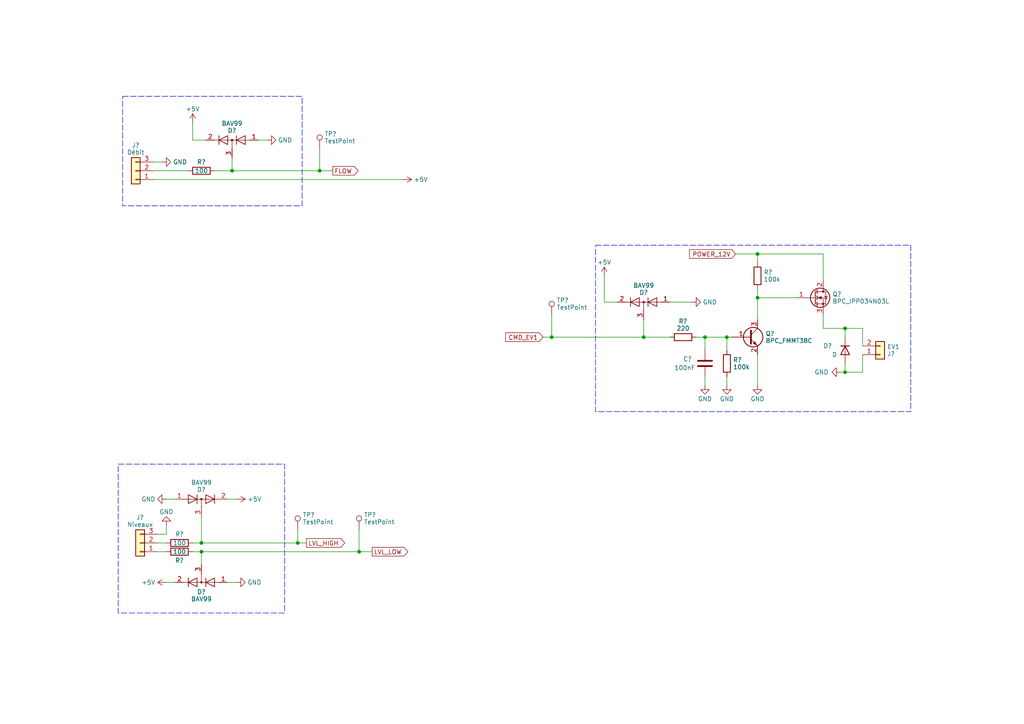
<source format=kicad_sch>
(kicad_sch (version 20230121) (generator eeschema)
  (paper "A4")
  (title_block (title "Carte de commande d'un OYA - Esclave RS485") (date "2024-03-31") (rev "D0") (company "BPC") (comment 1 "Technologie CMS basée sur ATMEGA328") (comment 2 "Monitoring de tension d'alimentation") (comment 3 "1 sortie 12V/5A - 2 entrées TOR - 1 débimètre - 1 LED - Temp - RS485"))
  (lib_symbols
    (symbol "Connector:TestPoint" (pin_numbers hide) (pin_names (offset 0.762) hide)
      (property "Reference" "TP" (at 0 6.858 0))
      (property "Value" "TestPoint" (at 0 5.08 0))
      (symbol "TestPoint_0_1"
        (circle (center 0 3.302) (radius 0.762))
      )
      (symbol "TestPoint_1_1"
        (pin passive line (at 0 0 90) (length 2.54) (name "1") (number "1"))
      )
    )
    (symbol "Connector_Generic:Conn_01x02" (pin_names (offset 1.016) hide)
      (property "Reference" "J" (at 0 2.54 0))
      (property "Value" "Conn_01x02" (at 0 -5.08 0))
      (symbol "Conn_01x02_1_1"
        (rectangle (start -1.27 -2.413) (end 0 -2.667) (stroke (width 0.1524)))
        (rectangle (start -1.27 0.127) (end 0 -0.127) (stroke (width 0.1524)))
        (rectangle (start -1.27 1.27) (end 1.27 -3.81) (stroke (width 0.254)) (fill (type background)))
        (pin passive line (at -5.08 0 0) (length 3.81) (name "Pin_1") (number "1"))
        (pin passive line (at -5.08 -2.54 0) (length 3.81) (name "Pin_2") (number "2"))
      )
    )
    (symbol "Connector_Generic:Conn_01x03" (pin_names (offset 1.016) hide)
      (property "Reference" "J" (at 0 5.08 0))
      (property "Value" "Conn_01x03" (at 0 -5.08 0))
      (symbol "Conn_01x03_1_1"
        (rectangle (start -1.27 -2.413) (end 0 -2.667) (stroke (width 0.1524)))
        (rectangle (start -1.27 0.127) (end 0 -0.127) (stroke (width 0.1524)))
        (rectangle (start -1.27 2.667) (end 0 2.413) (stroke (width 0.1524)))
        (rectangle (start -1.27 3.81) (end 1.27 -3.81) (stroke (width 0.254)) (fill (type background)))
        (pin passive line (at -5.08 2.54 0) (length 3.81) (name "Pin_1") (number "1"))
        (pin passive line (at -5.08 0 0) (length 3.81) (name "Pin_2") (number "2"))
        (pin passive line (at -5.08 -2.54 0) (length 3.81) (name "Pin_3") (number "3"))
      )
    )
    (symbol "Device:C" (pin_numbers hide) (pin_names (offset 0.254))
      (property "Reference" "C" (at 0.635 2.54 0))
      (property "Value" "C" (at 0.635 -2.54 0))
      (symbol "C_0_1"
        (polyline (pts (xy -2.032 -0.762) (xy 2.032 -0.762)) (stroke (width 0.508)))
        (polyline (pts (xy -2.032 0.762) (xy 2.032 0.762)) (stroke (width 0.508)))
      )
      (symbol "C_1_1"
        (pin passive line (at 0 3.81 270) (length 2.794) (name "~") (number "1"))
        (pin passive line (at 0 -3.81 90) (length 2.794) (name "~") (number "2"))
      )
    )
    (symbol "Device:D" (pin_numbers hide) (pin_names (offset 1.016) hide)
      (property "Reference" "D" (at 0 2.54 0))
      (property "Value" "D" (at 0 -2.54 0))
      (symbol "D_0_1"
        (polyline (pts (xy -1.27 1.27) (xy -1.27 -1.27)) (stroke (width 0.254)))
        (polyline (pts (xy 1.27 0) (xy -1.27 0)))
        (polyline (pts (xy 1.27 1.27) (xy 1.27 -1.27) (xy -1.27 0) (xy 1.27 1.27)) (stroke (width 0.254)))
      )
      (symbol "D_1_1"
        (pin passive line (at -3.81 0 0) (length 2.54) (name "K") (number "1"))
        (pin passive line (at 3.81 0 180) (length 2.54) (name "A") (number "2"))
      )
    )
    (symbol "Device:R" (pin_numbers hide) (pin_names (offset 0))
      (property "Reference" "R" (at 2.032 0 90))
      (property "Value" "R" (at 0 0 90))
      (symbol "R_0_1"
        (rectangle (start -1.016 -2.54) (end 1.016 2.54) (stroke (width 0.254)))
      )
      (symbol "R_1_1"
        (pin passive line (at 0 3.81 270) (length 1.27) (name "~") (number "1"))
        (pin passive line (at 0 -3.81 90) (length 1.27) (name "~") (number "2"))
      )
    )
    (symbol "Diode:BAV99" (pin_names hide)
      (property "Reference" "D" (at 0 5.08 0))
      (property "Value" "BAV99" (at 0 2.54 0))
      (symbol "BAV99_0_1"
        (polyline (pts (xy -5.08 0) (xy 5.08 0)))
      )
      (symbol "BAV99_1_1"
        (polyline (pts (xy 0 0) (xy 0 -2.54)))
        (polyline (pts (xy -1.27 -1.27) (xy -1.27 1.27) (xy -1.27 1.27)) (stroke (width 0.2032)))
        (polyline (pts (xy 3.81 1.27) (xy 3.81 -1.27) (xy 3.81 -1.27)) (stroke (width 0.2032)))
        (polyline (pts (xy -3.81 1.27) (xy -1.27 0) (xy -3.81 -1.27) (xy -3.81 1.27) (xy -3.81 1.27) (xy -3.81 1.27)) (stroke (width 0.2032)))
        (polyline (pts (xy 1.27 1.27) (xy 3.81 0) (xy 1.27 -1.27) (xy 1.27 1.27) (xy 1.27 1.27) (xy 1.27 1.27)) (stroke (width 0.2032)))
        (circle (center 0 0) (radius 0.254) (fill (type outline)))
        (pin passive line (at -7.62 0 0) (length 2.54) (name "K") (number "1"))
        (pin passive line (at 7.62 0 180) (length 2.54) (name "A") (number "2"))
        (pin passive line (at 0 -5.08 90) (length 2.54) (name "K") (number "3"))
      )
    )
    (symbol "bpc:BPC_FMMT38C" (pin_names (offset 0) hide)
      (property "Reference" "Q" (at 5.08 1.27 0))
      (property "Value" "BPC_FMMT38C" (at 5.08 -1.27 0))
      (symbol "BPC_FMMT38C_0_1"
        (polyline (pts (xy 0.635 0.635) (xy 2.54 2.54)))
        (polyline (pts (xy 0.635 -0.635) (xy 2.54 -2.54) (xy 2.54 -2.54)))
        (polyline (pts (xy 0.635 1.905) (xy 0.635 -1.905) (xy 0.635 -1.905)) (stroke (width 0.508)))
        (polyline (pts (xy 1.27 -1.778) (xy 1.778 -1.27) (xy 2.286 -2.286) (xy 1.27 -1.778) (xy 1.27 -1.778)) (fill (type outline)))
        (circle (center 1.27 0) (radius 2.8194) (stroke (width 0.254)))
      )
      (symbol "BPC_FMMT38C_1_1"
        (pin input line (at -5.08 0 0) (length 5.715) (name "B") (number "1"))
        (pin passive line (at 2.54 -5.08 90) (length 2.54) (name "E") (number "2"))
        (pin passive line (at 2.54 5.08 270) (length 2.54) (name "C") (number "3"))
      )
    )
    (symbol "bpc:BPC_IPP034N03L" (pin_names (offset 0) hide)
      (property "Reference" "Q" (at 5.08 1.27 0))
      (property "Value" "BPC_IPP034N03L" (at 5.08 -1.27 0))
      (symbol "BPC_IPP034N03L_0_1"
        (polyline (pts (xy 0.254 0) (xy -2.54 0)))
        (polyline (pts (xy 0.254 1.905) (xy 0.254 -1.905)) (stroke (width 0.254)))
        (polyline (pts (xy 0.762 -1.27) (xy 0.762 -2.286)) (stroke (width 0.254)))
        (polyline (pts (xy 0.762 0.508) (xy 0.762 -0.508)) (stroke (width 0.254)))
        (polyline (pts (xy 0.762 2.286) (xy 0.762 1.27)) (stroke (width 0.254)))
        (polyline (pts (xy 2.54 2.54) (xy 2.54 1.778)))
        (polyline (pts (xy 2.54 -2.54) (xy 2.54 0) (xy 0.762 0)))
        (polyline (pts (xy 0.762 -1.778) (xy 3.302 -1.778) (xy 3.302 1.778) (xy 0.762 1.778)))
        (polyline (pts (xy 1.016 0) (xy 2.032 0.381) (xy 2.032 -0.381) (xy 1.016 0)) (fill (type outline)))
        (polyline (pts (xy 2.794 0.508) (xy 2.921 0.381) (xy 3.683 0.381) (xy 3.81 0.254)))
        (polyline (pts (xy 3.302 0.381) (xy 2.921 -0.254) (xy 3.683 -0.254) (xy 3.302 0.381)))
        (circle (center 1.651 0) (radius 2.794) (stroke (width 0.254)))
        (circle (center 2.54 -1.778) (radius 0.254) (fill (type outline)))
        (circle (center 2.54 1.778) (radius 0.254) (fill (type outline)))
      )
      (symbol "BPC_IPP034N03L_1_1"
        (pin input line (at -5.08 0 0) (length 2.54) (name "G") (number "1"))
        (pin passive line (at 2.54 5.08 270) (length 2.54) (name "D") (number "2"))
        (pin passive line (at 2.54 -5.08 90) (length 2.54) (name "S") (number "3"))
      )
    )
    (symbol "power:+5V" (power) (pin_names (offset 0))
      (property "Value" "+5V" (at 0 3.556 0))
      (symbol "+5V_0_1"
        (polyline (pts (xy -0.762 1.27) (xy 0 2.54)))
        (polyline (pts (xy 0 0) (xy 0 2.54)))
        (polyline (pts (xy 0 2.54) (xy 0.762 1.27)))
      )
      (symbol "+5V_1_1"
        (pin power_in line (at 0 0 90) (length 0) hide (name "+5V") (number "1"))
      )
    )
    (symbol "power:GND" (power) (pin_names (offset 0))
      (property "Value" "GND" (at 0 -3.81 0))
      (symbol "GND_0_1"
        (polyline (pts (xy 0 0) (xy 0 -1.27) (xy 1.27 -1.27) (xy 0 -2.54) (xy -1.27 -1.27) (xy 0 -1.27)))
      )
      (symbol "GND_1_1"
        (pin power_in line (at 0 0 270) (length 0) hide (name "GND") (number "1"))
      )
    )
  )
  (junction (at 58.42 160.02))
  (junction (at 245.11 95.25))
  (junction (at 58.42 157.48))
  (junction (at 92.71 49.53))
  (junction (at 219.71 73.66))
  (junction (at 104.14 160.02))
  (junction (at 204.47 97.79))
  (junction (at 245.11 107.95))
  (junction (at 186.69 97.79))
  (junction (at 219.71 86.36))
  (junction (at 210.82 97.79))
  (junction (at 67.31 49.53))
  (junction (at 160.02 97.79))
  (junction (at 86.36 157.48))
  (wire (pts (xy 160.02 91.44) (xy 160.02 97.79)))
  (wire (pts (xy 157.48 97.79) (xy 160.02 97.79)))
  (wire (pts (xy 92.71 49.53) (xy 96.52 49.53)))
  (wire (pts (xy 175.26 87.63) (xy 179.07 87.63)))
  (wire (pts (xy 45.72 160.02) (xy 48.26 160.02)))
  (wire (pts (xy 204.47 97.79) (xy 210.82 97.79)))
  (wire (pts (xy 67.31 49.53) (xy 92.71 49.53)))
  (wire (pts (xy 219.71 83.82) (xy 219.71 86.36)))
  (wire (pts (xy 55.88 160.02) (xy 58.42 160.02)))
  (wire (pts (xy 186.69 97.79) (xy 194.31 97.79)))
  (wire (pts (xy 55.88 40.64) (xy 59.69 40.64)))
  (wire (pts (xy 213.36 73.66) (xy 219.71 73.66)))
  (wire (pts (xy 58.42 149.86) (xy 58.42 157.48)))
  (wire (pts (xy 210.82 109.22) (xy 210.82 111.76)))
  (wire (pts (xy 62.23 49.53) (xy 67.31 49.53)))
  (wire (pts (xy 74.93 40.64) (xy 77.47 40.64)))
  (wire (pts (xy 250.19 100.33) (xy 250.19 95.25)))
  (wire (pts (xy 48.26 154.94) (xy 45.72 154.94)))
  (wire (pts (xy 44.45 46.99) (xy 46.99 46.99)))
  (wire (pts (xy 219.71 86.36) (xy 219.71 92.71)))
  (wire (pts (xy 92.71 43.18) (xy 92.71 49.53)))
  (wire (pts (xy 245.11 107.95) (xy 250.19 107.95)))
  (wire (pts (xy 58.42 160.02) (xy 58.42 163.83)))
  (wire (pts (xy 210.82 97.79) (xy 210.82 101.6)))
  (wire (pts (xy 104.14 153.67) (xy 104.14 160.02)))
  (wire (pts (xy 238.76 81.28) (xy 238.76 73.66)))
  (wire (pts (xy 160.02 97.79) (xy 186.69 97.79)))
  (wire (pts (xy 58.42 157.48) (xy 55.88 157.48)))
  (wire (pts (xy 204.47 109.22) (xy 204.47 111.76)))
  (wire (pts (xy 67.31 45.72) (xy 67.31 49.53)))
  (wire (pts (xy 219.71 102.87) (xy 219.71 111.76)))
  (wire (pts (xy 86.36 157.48) (xy 88.9 157.48)))
  (wire (pts (xy 219.71 73.66) (xy 238.76 73.66)))
  (wire (pts (xy 48.26 168.91) (xy 50.8 168.91)))
  (wire (pts (xy 194.31 87.63) (xy 200.66 87.63)))
  (wire (pts (xy 58.42 157.48) (xy 86.36 157.48)))
  (wire (pts (xy 243.84 107.95) (xy 245.11 107.95)))
  (wire (pts (xy 238.76 91.44) (xy 238.76 95.25)))
  (wire (pts (xy 55.88 35.56) (xy 55.88 40.64)))
  (wire (pts (xy 245.11 95.25) (xy 245.11 97.79)))
  (wire (pts (xy 250.19 95.25) (xy 245.11 95.25)))
  (wire (pts (xy 44.45 52.07) (xy 116.84 52.07)))
  (wire (pts (xy 250.19 107.95) (xy 250.19 102.87)))
  (wire (pts (xy 48.26 152.4) (xy 48.26 154.94)))
  (wire (pts (xy 58.42 160.02) (xy 104.14 160.02)))
  (wire (pts (xy 219.71 73.66) (xy 219.71 76.2)))
  (wire (pts (xy 175.26 80.01) (xy 175.26 87.63)))
  (wire (pts (xy 68.58 144.78) (xy 66.04 144.78)))
  (wire (pts (xy 86.36 153.67) (xy 86.36 157.48)))
  (wire (pts (xy 50.8 144.78) (xy 48.26 144.78)))
  (wire (pts (xy 245.11 105.41) (xy 245.11 107.95)))
  (wire (pts (xy 186.69 92.71) (xy 186.69 97.79)))
  (wire (pts (xy 219.71 86.36) (xy 231.14 86.36)))
  (wire (pts (xy 44.45 49.53) (xy 54.61 49.53)))
  (wire (pts (xy 201.93 97.79) (xy 204.47 97.79)))
  (wire (pts (xy 48.26 157.48) (xy 45.72 157.48)))
  (wire (pts (xy 204.47 97.79) (xy 204.47 101.6)))
  (wire (pts (xy 210.82 97.79) (xy 212.09 97.79)))
  (wire (pts (xy 66.04 168.91) (xy 68.58 168.91)))
  (wire (pts (xy 104.14 160.02) (xy 107.95 160.02)))
  (wire (pts (xy 245.11 95.25) (xy 238.76 95.25)))
  (rectangle (start 34.29 134.62) (end 82.55 177.8) (stroke (width 0) (type dash)))
  (rectangle (start 35.56 27.94) (end 87.63 59.69) (stroke (width 0) (type dash)))
  (rectangle (start 172.72 71.12) (end 264.16 119.38) (stroke (width 0) (type dash)))
  (global_label "FLOW" (shape output) (at 96.52 49.53 0) (property "Intersheetrefs" "${INTERSHEET_REFS}" (effects hide)))
  (global_label "CMD_EV1" (shape input) (at 157.48 97.79 180) (property "Intersheetrefs" "${INTERSHEET_REFS}" (effects hide)))
  (global_label "POWER_12V" (shape input) (at 213.36 73.66 180) (property "Intersheetrefs" "${INTERSHEET_REFS}" (effects hide)))
  (global_label "LVL_HIGH" (shape output) (at 88.9 157.48 0) (property "Intersheetrefs" "${INTERSHEET_REFS}" (effects hide)))
  (global_label "LVL_LOW" (shape output) (at 107.95 160.02 0) (property "Intersheetrefs" "${INTERSHEET_REFS}" (effects hide)))
  (symbol (lib_id "power:GND") (at 48.26 144.78 270) (unit 1)
    (property "Reference" "#PWR?" (effects hide))
    (property "Value" "GND" (at 45.085 144.78 90) (effects (justify right)))
    (instances (project "jard_rs485_slave_at328" (path "" (reference "#PWR?") (unit 1)) (path "" (reference "#PWR020") (unit 1))))
  )
  (symbol (lib_id "power:+5V") (at 68.58 144.78 270) (unit 1)
    (property "Reference" "#PWR?" (effects hide))
    (property "Value" "+5V" (at 71.755 144.78 90) (effects (justify left)))
    (instances (project "jard_rs485_slave_at328" (path "" (reference "#PWR?") (unit 1)) (path "" (reference "#PWR025") (unit 1))))
  )
  (symbol (lib_id "Device:R") (at 52.07 157.48 90) (unit 1)
    (property "Reference" "R?" (at 52.07 154.94 90))
    (property "Value" "100" (at 52.07 157.48 90))
    (property "Footprint" "Resistor_SMD:R_0805_2012Metric_Pad1.20x1.40mm_HandSolder" (effects hide))
    (instances (project "jard_rs485_slave_at328" (path "" (reference "R?") (unit 1)) (path "" (reference "R8") (unit 1))))
  )
  (symbol (lib_id "bpc:BPC_IPP034N03L") (at 236.22 86.36 0) (unit 1)
    (property "Reference" "Q?" (at 241.427 85.336 0) (effects (justify left)))
    (property "Value" "BPC_IPP034N03L" (at 241.427 87.384 0) (effects (justify left)))
    (property "Footprint" "Package_TO_SOT_THT:TO-220-3_Vertical" (effects hide))
    (instances (project "jard_rs485_slave_at328" (path "" (reference "Q?") (unit 1)) (path "" (reference "Q6") (unit 1))))
  )
  (symbol (lib_id "Diode:BAV99") (at 58.42 144.78 0) (unit 1)
    (property "Reference" "D?" (at 58.42 142.0034 0))
    (property "Value" "BAV99" (at 58.42 139.9554 0))
    (property "Footprint" "Package_TO_SOT_SMD:SOT-23" (effects hide))
    (property "Datasheet" "https://assets.nexperia.com/documents/data-sheet/BAV99_SER.pdf" (effects hide))
    (instances (project "jard_rs485_slave_at328" (path "" (reference "D?") (unit 1)) (path "" (reference "D6") (unit 1))))
  )
  (symbol (lib_id "bpc:BPC_FMMT38C") (at 217.17 97.79 0) (unit 1)
    (property "Reference" "Q?" (at 222.0214 96.766 0) (effects (justify left)))
    (property "Value" "BPC_FMMT38C" (at 222.0214 98.814 0) (effects (justify left)))
    (property "Footprint" "bpc:BPC_SOT-23-3" (effects hide))
    (instances (project "jard_rs485_slave_at328" (path "" (reference "Q?") (unit 1)) (path "" (reference "Q4") (unit 1))))
  )
  (symbol (lib_id "Connector:TestPoint") (at 104.14 153.67 0) (unit 1)
    (property "Reference" "TP?" (at 105.537 149.344 0) (effects (justify left)))
    (property "Value" "TestPoint" (at 105.537 151.392 0) (effects (justify left)))
    (property "Footprint" "TestPoint:TestPoint_Pad_D1.5mm" (effects hide))
    (instances (project "jard_rs485_slave_at328" (path "" (reference "TP?") (unit 1)) (path "" (reference "TP13") (unit 1))))
  )
  (symbol (lib_id "power:GND") (at 210.82 111.76 0) (unit 1)
    (property "Reference" "#PWR?" (effects hide))
    (property "Value" "GND" (at 210.82 115.705 0))
    (instances (project "jard_rs485_slave_at328" (path "" (reference "#PWR?") (unit 1)) (path "" (reference "#PWR036") (unit 1))))
  )
  (symbol (lib_id "Connector_Generic:Conn_01x03") (at 39.37 49.53 180) (unit 1)
    (property "Reference" "J?" (at 39.37 42.14 0))
    (property "Value" "Débit" (at 39.37 44.188 0))
    (property "Footprint" "TerminalBlock_Phoenix:TerminalBlock_Phoenix_MPT-0,5-3-2.54_1x03_P2.54mm_Horizontal" (effects hide))
    (instances (project "jard_rs485_slave_at328" (path "" (reference "J?") (unit 1)) (path "" (reference "J3") (unit 1))))
  )
  (symbol (lib_id "power:GND") (at 68.58 168.91 90) (unit 1)
    (property "Reference" "#PWR?" (effects hide))
    (property "Value" "GND" (at 71.755 168.91 90) (effects (justify right)))
    (instances (project "jard_rs485_slave_at328" (path "" (reference "#PWR?") (unit 1)) (path "" (reference "#PWR026") (unit 1))))
  )
  (symbol (lib_id "power:+5V") (at 55.88 35.56 0) (unit 1)
    (property "Reference" "#PWR?" (effects hide))
    (property "Value" "+5V" (at 55.88 31.615 0))
    (instances (project "jard_rs485_slave_at328" (path "" (reference "#PWR?") (unit 1)) (path "" (reference "#PWR023") (unit 1))))
  )
  (symbol (lib_id "Connector:TestPoint") (at 86.36 153.67 0) (unit 1)
    (property "Reference" "TP?" (at 87.757 149.344 0) (effects (justify left)))
    (property "Value" "TestPoint" (at 87.757 151.392 0) (effects (justify left)))
    (property "Footprint" "TestPoint:TestPoint_Pad_D1.5mm" (effects hide))
    (instances (project "jard_rs485_slave_at328" (path "" (reference "TP?") (unit 1)) (path "" (reference "TP12") (unit 1))))
  )
  (symbol (lib_id "Device:R") (at 210.82 105.41 0) (unit 1)
    (property "Reference" "R?" (at 212.598 104.386 0) (effects (justify left)))
    (property "Value" "100k" (at 212.598 106.434 0) (effects (justify left)))
    (property "Footprint" "Resistor_SMD:R_0805_2012Metric_Pad1.20x1.40mm_HandSolder" (effects hide))
    (instances (project "jard_rs485_slave_at328" (path "" (reference "R?") (unit 1)) (path "" (reference "R15") (unit 1))))
  )
  (symbol (lib_id "Diode:BAV99") (at 67.31 40.64 0) (mirror y) (unit 1)
    (property "Reference" "D?" (at 67.31 37.8634 0))
    (property "Value" "BAV99" (at 67.31 35.8154 0))
    (property "Footprint" "Package_TO_SOT_SMD:SOT-23" (effects hide))
    (property "Datasheet" "https://assets.nexperia.com/documents/data-sheet/BAV99_SER.pdf" (effects hide))
    (instances (project "jard_rs485_slave_at328" (path "" (reference "D?") (unit 1)) (path "" (reference "D8") (unit 1))))
  )
  (symbol (lib_id "Device:R") (at 52.07 160.02 90) (unit 1)
    (property "Reference" "R?" (at 52.07 162.56 90))
    (property "Value" "100" (at 52.07 160.02 90))
    (property "Footprint" "Resistor_SMD:R_0805_2012Metric_Pad1.20x1.40mm_HandSolder" (effects hide))
    (instances (project "jard_rs485_slave_at328" (path "" (reference "R?") (unit 1)) (path "" (reference "R9") (unit 1))))
  )
  (symbol (lib_id "Connector_Generic:Conn_01x03") (at 40.64 157.48 180) (unit 1)
    (property "Reference" "J?" (at 40.64 150.09 0))
    (property "Value" "Niveaux" (at 40.64 152.138 0))
    (property "Footprint" "TerminalBlock_Phoenix:TerminalBlock_Phoenix_MPT-0,5-3-2.54_1x03_P2.54mm_Horizontal" (effects hide))
    (instances (project "jard_rs485_slave_at328" (path "" (reference "J?") (unit 1)) (path "" (reference "J4") (unit 1))))
  )
  (symbol (lib_id "Connector_Generic:Conn_01x02") (at 255.27 102.87 0) (mirror x) (unit 1)
    (property "Reference" "J?" (at 257.302 102.624 0) (effects (justify left)))
    (property "Value" "EV1" (at 257.302 100.576 0) (effects (justify left)))
    (property "Footprint" "TerminalBlock_Phoenix:TerminalBlock_Phoenix_MPT-0,5-2-2.54_1x02_P2.54mm_Horizontal" (effects hide))
    (instances (project "jard_rs485_slave_at328" (path "" (reference "J?") (unit 1)) (path "" (reference "J6") (unit 1))))
  )
  (symbol (lib_id "Device:R") (at 219.71 80.01 0) (unit 1)
    (property "Reference" "R?" (at 221.488 78.986 0) (effects (justify left)))
    (property "Value" "100k" (at 221.488 81.034 0) (effects (justify left)))
    (property "Footprint" "Resistor_SMD:R_0805_2012Metric_Pad1.20x1.40mm_HandSolder" (effects hide))
    (instances (project "jard_rs485_slave_at328" (path "" (reference "R?") (unit 1)) (path "" (reference "R17") (unit 1))))
  )
  (symbol (lib_id "power:+5V") (at 175.26 80.01 0) (unit 1)
    (property "Reference" "#PWR?" (effects hide))
    (property "Value" "+5V" (at 175.26 76.065 0))
    (instances (project "jard_rs485_slave_at328" (path "" (reference "#PWR?") (unit 1)) (path "" (reference "#PWR029") (unit 1))))
  )
  (symbol (lib_id "Diode:BAV99") (at 58.42 168.91 180) (unit 1)
    (property "Reference" "D?" (at 58.42 171.6866 0))
    (property "Value" "BAV99" (at 58.42 173.7346 0))
    (property "Footprint" "Package_TO_SOT_SMD:SOT-23" (effects hide))
    (property "Datasheet" "https://assets.nexperia.com/documents/data-sheet/BAV99_SER.pdf" (effects hide))
    (instances (project "jard_rs485_slave_at328" (path "" (reference "D?") (unit 1)) (path "" (reference "D7") (unit 1))))
  )
  (symbol (lib_id "power:+5V") (at 48.26 168.91 90) (unit 1)
    (property "Reference" "#PWR?" (effects hide))
    (property "Value" "+5V" (at 45.0851 168.91 90) (effects (justify left)))
    (instances (project "jard_rs485_slave_at328" (path "" (reference "#PWR?") (unit 1)) (path "" (reference "#PWR022") (unit 1))))
  )
  (symbol (lib_id "power:+5V") (at 116.84 52.07 270) (unit 1)
    (property "Reference" "#PWR?" (effects hide))
    (property "Value" "+5V" (at 120.015 52.07 90) (effects (justify left)))
    (instances (project "jard_rs485_slave_at328" (path "" (reference "#PWR?") (unit 1)) (path "" (reference "#PWR08") (unit 1))))
  )
  (symbol (lib_id "power:GND") (at 77.47 40.64 90) (unit 1)
    (property "Reference" "#PWR?" (effects hide))
    (property "Value" "GND" (at 80.645 40.64 90) (effects (justify right)))
    (instances (project "jard_rs485_slave_at328" (path "" (reference "#PWR?") (unit 1)) (path "" (reference "#PWR027") (unit 1))))
  )
  (symbol (lib_id "Connector:TestPoint") (at 92.71 43.18 0) (unit 1)
    (property "Reference" "TP?" (at 94.107 38.854 0) (effects (justify left)))
    (property "Value" "TestPoint" (at 94.107 40.902 0) (effects (justify left)))
    (property "Footprint" "TestPoint:TestPoint_Pad_D1.5mm" (effects hide))
    (instances (project "jard_rs485_slave_at328" (path "" (reference "TP?") (unit 1)) (path "" (reference "TP11") (unit 1))))
  )
  (symbol (lib_id "power:GND") (at 46.99 46.99 90) (unit 1)
    (property "Reference" "#PWR?" (effects hide))
    (property "Value" "GND" (at 50.165 46.99 90) (effects (justify right)))
    (instances (project "jard_rs485_slave_at328" (path "" (reference "#PWR?") (unit 1)) (path "" (reference "#PWR019") (unit 1))))
  )
  (symbol (lib_id "power:GND") (at 200.66 87.63 90) (unit 1)
    (property "Reference" "#PWR?" (effects hide))
    (property "Value" "GND" (at 203.835 87.63 90) (effects (justify right)))
    (instances (project "jard_rs485_slave_at328" (path "" (reference "#PWR?") (unit 1)) (path "" (reference "#PWR031") (unit 1))))
  )
  (symbol (lib_id "Device:C") (at 204.47 105.41 0) (unit 1)
    (property "Reference" "C?" (at 198.12 104.14 0) (effects (justify left)))
    (property "Value" "100nF" (at 195.58 106.68 0) (effects (justify left)))
    (property "Footprint" "Capacitor_SMD:C_0603_1608Metric" (effects hide))
    (instances (project "jard_rs485_slave_at328" (path "" (reference "C?") (unit 1)) (path "" (reference "C6") (unit 1))))
  )
  (symbol (lib_id "Device:R") (at 198.12 97.79 90) (unit 1)
    (property "Reference" "R?" (at 198.12 93.194 90))
    (property "Value" "220" (at 198.12 95.242 90))
    (property "Footprint" "Resistor_SMD:R_0805_2012Metric_Pad1.20x1.40mm_HandSolder" (effects hide))
    (instances (project "jard_rs485_slave_at328" (path "" (reference "R?") (unit 1)) (path "" (reference "R13") (unit 1))))
  )
  (symbol (lib_id "Device:R") (at 58.42 49.53 90) (unit 1)
    (property "Reference" "R?" (at 58.42 46.99 90))
    (property "Value" "100" (at 58.42 49.53 90))
    (property "Footprint" "Resistor_SMD:R_0805_2012Metric_Pad1.20x1.40mm_HandSolder" (effects hide))
    (instances (project "jard_rs485_slave_at328" (path "" (reference "R?") (unit 1)) (path "" (reference "R7") (unit 1))))
  )
  (symbol (lib_id "power:GND") (at 219.71 111.76 0) (unit 1)
    (property "Reference" "#PWR?" (effects hide))
    (property "Value" "GND" (at 219.71 115.705 0))
    (instances (project "jard_rs485_slave_at328" (path "" (reference "#PWR?") (unit 1)) (path "" (reference "#PWR038") (unit 1))))
  )
  (symbol (lib_id "Connector:TestPoint") (at 160.02 91.44 0) (unit 1)
    (property "Reference" "TP?" (at 161.417 87.114 0) (effects (justify left)))
    (property "Value" "TestPoint" (at 161.417 89.162 0) (effects (justify left)))
    (property "Footprint" "TestPoint:TestPoint_Pad_D1.5mm" (effects hide))
    (instances (project "jard_rs485_slave_at328" (path "" (reference "TP?") (unit 1)) (path "" (reference "TP15") (unit 1))))
  )
  (symbol (lib_id "power:GND") (at 243.84 107.95 270) (unit 1)
    (property "Reference" "#PWR?" (effects hide))
    (property "Value" "GND" (at 236.22 107.95 90) (effects (justify left)))
    (instances (project "jard_rs485_slave_at328" (path "" (reference "#PWR?") (unit 1)) (path "" (reference "#PWR040") (unit 1))))
  )
  (symbol (lib_id "power:GND") (at 48.26 152.4 180) (unit 1)
    (property "Reference" "#PWR?" (effects hide))
    (property "Value" "GND" (at 48.26 148.455 0))
    (instances (project "jard_rs485_slave_at328" (path "" (reference "#PWR?") (unit 1)) (path "" (reference "#PWR021") (unit 1))))
  )
  (symbol (lib_id "Diode:BAV99") (at 186.69 87.63 0) (mirror y) (unit 1)
    (property "Reference" "D?" (at 186.69 84.8534 0))
    (property "Value" "BAV99" (at 186.69 82.8054 0))
    (property "Footprint" "Package_TO_SOT_SMD:SOT-23" (effects hide))
    (property "Datasheet" "https://assets.nexperia.com/documents/data-sheet/BAV99_SER.pdf" (effects hide))
    (instances (project "jard_rs485_slave_at328" (path "" (reference "D?") (unit 1)) (path "" (reference "D10") (unit 1))))
  )
  (symbol (lib_id "Device:D") (at 245.11 101.6 270) (unit 1)
    (property "Reference" "D?" (at 238.76 100.33 90) (effects (justify left)))
    (property "Value" "D" (at 241.3 102.87 90) (effects (justify left)))
    (property "Footprint" "Diode_THT:D_A-405_P5.08mm_Vertical_KathodeUp" (effects hide))
    (property "Sim.Device" "D" (effects hide))
    (property "Sim.Pins" "1=K 2=A" (effects hide))
    (instances (project "jard_rs485_slave_at328" (path "" (reference "D?") (unit 1)) (path "" (reference "D13") (unit 1))))
  )
  (symbol (lib_id "power:GND") (at 204.47 111.76 0) (unit 1)
    (property "Reference" "#PWR?" (effects hide))
    (property "Value" "GND" (at 204.47 115.705 0))
    (instances (project "jard_rs485_slave_at328" (path "" (reference "#PWR?") (unit 1)) (path "" (reference "#PWR034") (unit 1))))
  )
)
</source>
